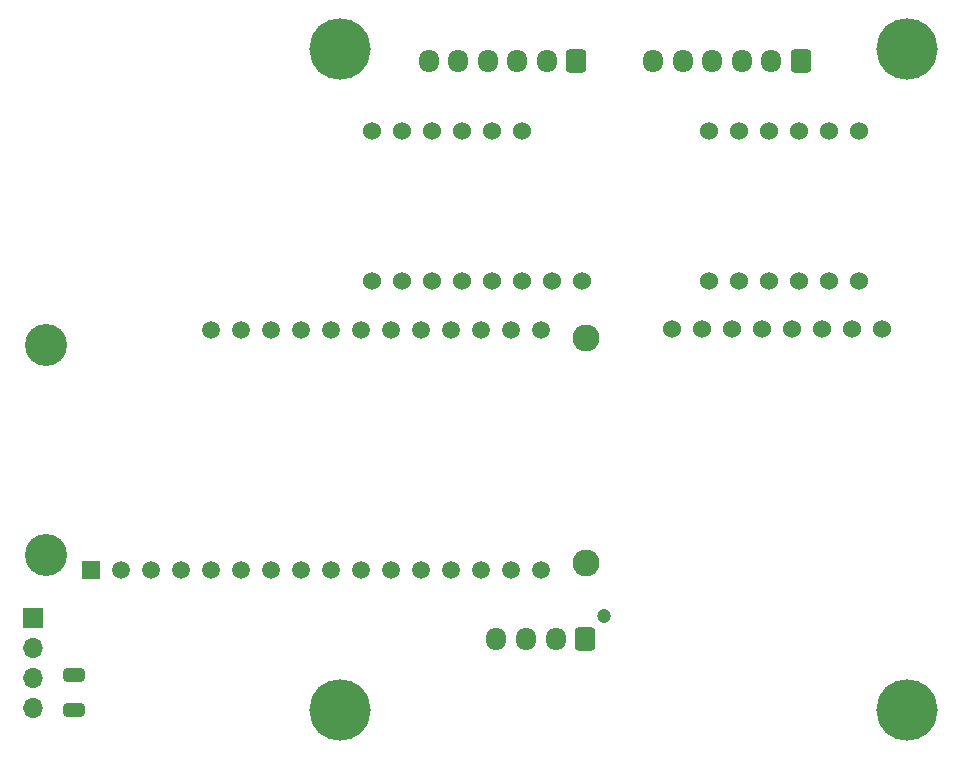
<source format=gbr>
%TF.GenerationSoftware,KiCad,Pcbnew,7.0.1-0*%
%TF.CreationDate,2023-04-22T10:08:40-07:00*%
%TF.ProjectId,SensorV2,53656e73-6f72-4563-922e-6b696361645f,rev?*%
%TF.SameCoordinates,Original*%
%TF.FileFunction,Soldermask,Bot*%
%TF.FilePolarity,Negative*%
%FSLAX46Y46*%
G04 Gerber Fmt 4.6, Leading zero omitted, Abs format (unit mm)*
G04 Created by KiCad (PCBNEW 7.0.1-0) date 2023-04-22 10:08:40*
%MOMM*%
%LPD*%
G01*
G04 APERTURE LIST*
G04 Aperture macros list*
%AMRoundRect*
0 Rectangle with rounded corners*
0 $1 Rounding radius*
0 $2 $3 $4 $5 $6 $7 $8 $9 X,Y pos of 4 corners*
0 Add a 4 corners polygon primitive as box body*
4,1,4,$2,$3,$4,$5,$6,$7,$8,$9,$2,$3,0*
0 Add four circle primitives for the rounded corners*
1,1,$1+$1,$2,$3*
1,1,$1+$1,$4,$5*
1,1,$1+$1,$6,$7*
1,1,$1+$1,$8,$9*
0 Add four rect primitives between the rounded corners*
20,1,$1+$1,$2,$3,$4,$5,0*
20,1,$1+$1,$4,$5,$6,$7,0*
20,1,$1+$1,$6,$7,$8,$9,0*
20,1,$1+$1,$8,$9,$2,$3,0*%
G04 Aperture macros list end*
%ADD10C,1.524000*%
%ADD11R,1.700000X1.700000*%
%ADD12O,1.700000X1.700000*%
%ADD13RoundRect,0.250000X0.600000X0.725000X-0.600000X0.725000X-0.600000X-0.725000X0.600000X-0.725000X0*%
%ADD14O,1.700000X1.950000*%
%ADD15C,5.200000*%
%ADD16C,1.200000*%
%ADD17C,2.286000*%
%ADD18R,1.508000X1.508000*%
%ADD19C,1.508000*%
%ADD20C,3.556000*%
%ADD21RoundRect,0.250000X0.650000X-0.325000X0.650000X0.325000X-0.650000X0.325000X-0.650000X-0.325000X0*%
G04 APERTURE END LIST*
D10*
%TO.C,U5*%
X81280000Y-86995000D03*
X93980000Y-86995000D03*
X91440000Y-86995000D03*
X88900000Y-86995000D03*
X86360000Y-86995000D03*
X83820000Y-86995000D03*
X91440000Y-99695000D03*
X93980000Y-99695000D03*
X83820000Y-99695000D03*
X86360000Y-99695000D03*
X88900000Y-99695000D03*
X81280000Y-99695000D03*
%TD*%
D11*
%TO.C,J1*%
X24000000Y-128200000D03*
D12*
X24000000Y-130740000D03*
X24000000Y-133280000D03*
X24000000Y-135820000D03*
%TD*%
D13*
%TO.C,J4*%
X70000000Y-81000000D03*
D14*
X67500000Y-81000000D03*
X65000000Y-81000000D03*
X62500000Y-81000000D03*
X60000000Y-81000000D03*
X57500000Y-81000000D03*
%TD*%
D15*
%TO.C,H3*%
X50000000Y-136000000D03*
%TD*%
D13*
%TO.C,J5*%
X89000000Y-81000000D03*
D14*
X86500000Y-81000000D03*
X84000000Y-81000000D03*
X81500000Y-81000000D03*
X79000000Y-81000000D03*
X76500000Y-81000000D03*
%TD*%
D15*
%TO.C,H4*%
X98000000Y-136000000D03*
%TD*%
%TO.C,H2*%
X98000000Y-80000000D03*
%TD*%
D16*
%TO.C,J6*%
X72350000Y-128000000D03*
D13*
X70750000Y-130000000D03*
D14*
X68250000Y-130000000D03*
X65750000Y-130000000D03*
X63250000Y-130000000D03*
%TD*%
D15*
%TO.C,H1*%
X50000000Y-80000000D03*
%TD*%
D17*
%TO.C,U1*%
X70860000Y-104475000D03*
X70860000Y-123525000D03*
D18*
X28950000Y-124160000D03*
D19*
X31490000Y-124160000D03*
X34030000Y-124160000D03*
X36570000Y-124160000D03*
X39110000Y-124160000D03*
X41650000Y-124160000D03*
X44190000Y-124160000D03*
X46730000Y-124160000D03*
X49270000Y-124160000D03*
X51810000Y-124160000D03*
X54350000Y-124160000D03*
X56890000Y-124160000D03*
X59430000Y-124160000D03*
X61970000Y-124160000D03*
X64510000Y-124160000D03*
X67050000Y-124160000D03*
X39110000Y-103840000D03*
X41650000Y-103840000D03*
X44190000Y-103840000D03*
X46730000Y-103840000D03*
X49270000Y-103840000D03*
X51810000Y-103840000D03*
X54350000Y-103840000D03*
X56890000Y-103840000D03*
X59430000Y-103840000D03*
X61970000Y-103840000D03*
X64510000Y-103840000D03*
X67050000Y-103840000D03*
D20*
X25140000Y-122890000D03*
X25140000Y-105110000D03*
%TD*%
D10*
%TO.C,U4*%
X93350000Y-103760000D03*
X95890000Y-103760000D03*
X78110000Y-103760000D03*
X88270000Y-103760000D03*
X80650000Y-103760000D03*
X83190000Y-103760000D03*
X85730000Y-103760000D03*
X90810000Y-103760000D03*
%TD*%
%TO.C,U3*%
X65405000Y-99695000D03*
X52705000Y-86995000D03*
X65405000Y-86995000D03*
X62865000Y-86995000D03*
X60325000Y-86995000D03*
X57785000Y-86995000D03*
X55245000Y-86995000D03*
X62865000Y-99695000D03*
X55245000Y-99695000D03*
X70485000Y-99695000D03*
X57785000Y-99695000D03*
X60325000Y-99695000D03*
X67945000Y-99695000D03*
X52705000Y-99695000D03*
%TD*%
D21*
%TO.C,C1*%
X27500000Y-135975000D03*
X27500000Y-133025000D03*
%TD*%
M02*

</source>
